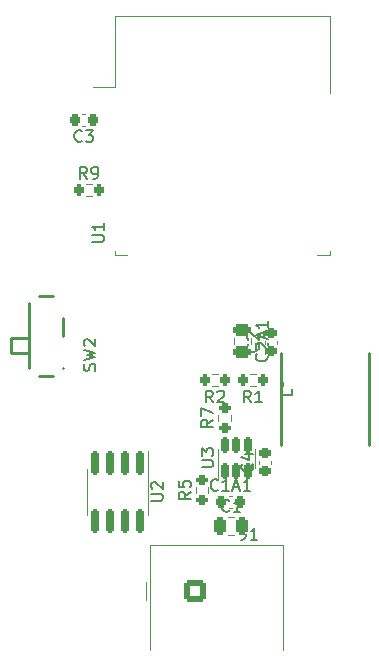
<source format=gbr>
%TF.GenerationSoftware,KiCad,Pcbnew,7.0.9*%
%TF.CreationDate,2023-12-13T00:56:51-08:00*%
%TF.ProjectId,Vi-Fi,56692d46-692e-46b6-9963-61645f706362,rev?*%
%TF.SameCoordinates,Original*%
%TF.FileFunction,Legend,Top*%
%TF.FilePolarity,Positive*%
%FSLAX46Y46*%
G04 Gerber Fmt 4.6, Leading zero omitted, Abs format (unit mm)*
G04 Created by KiCad (PCBNEW 7.0.9) date 2023-12-13 00:56:51*
%MOMM*%
%LPD*%
G01*
G04 APERTURE LIST*
G04 Aperture macros list*
%AMRoundRect*
0 Rectangle with rounded corners*
0 $1 Rounding radius*
0 $2 $3 $4 $5 $6 $7 $8 $9 X,Y pos of 4 corners*
0 Add a 4 corners polygon primitive as box body*
4,1,4,$2,$3,$4,$5,$6,$7,$8,$9,$2,$3,0*
0 Add four circle primitives for the rounded corners*
1,1,$1+$1,$2,$3*
1,1,$1+$1,$4,$5*
1,1,$1+$1,$6,$7*
1,1,$1+$1,$8,$9*
0 Add four rect primitives between the rounded corners*
20,1,$1+$1,$2,$3,$4,$5,0*
20,1,$1+$1,$4,$5,$6,$7,0*
20,1,$1+$1,$6,$7,$8,$9,0*
20,1,$1+$1,$8,$9,$2,$3,0*%
G04 Aperture macros list end*
%ADD10C,0.150000*%
%ADD11C,0.120000*%
%ADD12C,0.254000*%
%ADD13RoundRect,0.225000X0.250000X-0.225000X0.250000X0.225000X-0.250000X0.225000X-0.250000X-0.225000X0*%
%ADD14RoundRect,0.225000X0.225000X0.250000X-0.225000X0.250000X-0.225000X-0.250000X0.225000X-0.250000X0*%
%ADD15C,0.900000*%
%ADD16R,1.524000X0.600000*%
%ADD17R,0.700000X1.200000*%
%ADD18R,1.500000X0.900000*%
%ADD19R,4.000000X4.000000*%
%ADD20RoundRect,0.200000X0.275000X-0.200000X0.275000X0.200000X-0.275000X0.200000X-0.275000X-0.200000X0*%
%ADD21R,7.000000X3.500000*%
%ADD22C,3.250000*%
%ADD23RoundRect,0.250000X-0.650000X-0.650000X0.650000X-0.650000X0.650000X0.650000X-0.650000X0.650000X0*%
%ADD24C,1.800000*%
%ADD25RoundRect,0.150000X0.150000X-0.512500X0.150000X0.512500X-0.150000X0.512500X-0.150000X-0.512500X0*%
%ADD26RoundRect,0.200000X-0.200000X-0.275000X0.200000X-0.275000X0.200000X0.275000X-0.200000X0.275000X0*%
%ADD27RoundRect,0.200000X0.200000X0.275000X-0.200000X0.275000X-0.200000X-0.275000X0.200000X-0.275000X0*%
%ADD28RoundRect,0.150000X-0.150000X0.825000X-0.150000X-0.825000X0.150000X-0.825000X0.150000X0.825000X0*%
%ADD29RoundRect,0.250000X-0.475000X0.250000X-0.475000X-0.250000X0.475000X-0.250000X0.475000X0.250000X0*%
%ADD30RoundRect,0.225000X-0.225000X-0.250000X0.225000X-0.250000X0.225000X0.250000X-0.225000X0.250000X0*%
%ADD31RoundRect,0.250000X-0.250000X-0.475000X0.250000X-0.475000X0.250000X0.475000X-0.250000X0.475000X0*%
G04 APERTURE END LIST*
D10*
X62644580Y-77166666D02*
X62692200Y-77214285D01*
X62692200Y-77214285D02*
X62739819Y-77357142D01*
X62739819Y-77357142D02*
X62739819Y-77452380D01*
X62739819Y-77452380D02*
X62692200Y-77595237D01*
X62692200Y-77595237D02*
X62596961Y-77690475D01*
X62596961Y-77690475D02*
X62501723Y-77738094D01*
X62501723Y-77738094D02*
X62311247Y-77785713D01*
X62311247Y-77785713D02*
X62168390Y-77785713D01*
X62168390Y-77785713D02*
X61977914Y-77738094D01*
X61977914Y-77738094D02*
X61882676Y-77690475D01*
X61882676Y-77690475D02*
X61787438Y-77595237D01*
X61787438Y-77595237D02*
X61739819Y-77452380D01*
X61739819Y-77452380D02*
X61739819Y-77357142D01*
X61739819Y-77357142D02*
X61787438Y-77214285D01*
X61787438Y-77214285D02*
X61835057Y-77166666D01*
X62073152Y-76309523D02*
X62739819Y-76309523D01*
X61692200Y-76547618D02*
X62406485Y-76785713D01*
X62406485Y-76785713D02*
X62406485Y-76166666D01*
X48220333Y-49795580D02*
X48172714Y-49843200D01*
X48172714Y-49843200D02*
X48029857Y-49890819D01*
X48029857Y-49890819D02*
X47934619Y-49890819D01*
X47934619Y-49890819D02*
X47791762Y-49843200D01*
X47791762Y-49843200D02*
X47696524Y-49747961D01*
X47696524Y-49747961D02*
X47648905Y-49652723D01*
X47648905Y-49652723D02*
X47601286Y-49462247D01*
X47601286Y-49462247D02*
X47601286Y-49319390D01*
X47601286Y-49319390D02*
X47648905Y-49128914D01*
X47648905Y-49128914D02*
X47696524Y-49033676D01*
X47696524Y-49033676D02*
X47791762Y-48938438D01*
X47791762Y-48938438D02*
X47934619Y-48890819D01*
X47934619Y-48890819D02*
X48029857Y-48890819D01*
X48029857Y-48890819D02*
X48172714Y-48938438D01*
X48172714Y-48938438D02*
X48220333Y-48986057D01*
X48553667Y-48890819D02*
X49172714Y-48890819D01*
X49172714Y-48890819D02*
X48839381Y-49271771D01*
X48839381Y-49271771D02*
X48982238Y-49271771D01*
X48982238Y-49271771D02*
X49077476Y-49319390D01*
X49077476Y-49319390D02*
X49125095Y-49367009D01*
X49125095Y-49367009D02*
X49172714Y-49462247D01*
X49172714Y-49462247D02*
X49172714Y-49700342D01*
X49172714Y-49700342D02*
X49125095Y-49795580D01*
X49125095Y-49795580D02*
X49077476Y-49843200D01*
X49077476Y-49843200D02*
X48982238Y-49890819D01*
X48982238Y-49890819D02*
X48696524Y-49890819D01*
X48696524Y-49890819D02*
X48601286Y-49843200D01*
X48601286Y-49843200D02*
X48553667Y-49795580D01*
X49334200Y-69249826D02*
X49381819Y-69106969D01*
X49381819Y-69106969D02*
X49381819Y-68868874D01*
X49381819Y-68868874D02*
X49334200Y-68773636D01*
X49334200Y-68773636D02*
X49286580Y-68726017D01*
X49286580Y-68726017D02*
X49191342Y-68678398D01*
X49191342Y-68678398D02*
X49096104Y-68678398D01*
X49096104Y-68678398D02*
X49000866Y-68726017D01*
X49000866Y-68726017D02*
X48953247Y-68773636D01*
X48953247Y-68773636D02*
X48905628Y-68868874D01*
X48905628Y-68868874D02*
X48858009Y-69059350D01*
X48858009Y-69059350D02*
X48810390Y-69154588D01*
X48810390Y-69154588D02*
X48762771Y-69202207D01*
X48762771Y-69202207D02*
X48667533Y-69249826D01*
X48667533Y-69249826D02*
X48572295Y-69249826D01*
X48572295Y-69249826D02*
X48477057Y-69202207D01*
X48477057Y-69202207D02*
X48429438Y-69154588D01*
X48429438Y-69154588D02*
X48381819Y-69059350D01*
X48381819Y-69059350D02*
X48381819Y-68821255D01*
X48381819Y-68821255D02*
X48429438Y-68678398D01*
X48381819Y-68345064D02*
X49381819Y-68106969D01*
X49381819Y-68106969D02*
X48667533Y-67916493D01*
X48667533Y-67916493D02*
X49381819Y-67726017D01*
X49381819Y-67726017D02*
X48381819Y-67487922D01*
X48477057Y-67154588D02*
X48429438Y-67106969D01*
X48429438Y-67106969D02*
X48381819Y-67011731D01*
X48381819Y-67011731D02*
X48381819Y-66773636D01*
X48381819Y-66773636D02*
X48429438Y-66678398D01*
X48429438Y-66678398D02*
X48477057Y-66630779D01*
X48477057Y-66630779D02*
X48572295Y-66583160D01*
X48572295Y-66583160D02*
X48667533Y-66583160D01*
X48667533Y-66583160D02*
X48810390Y-66630779D01*
X48810390Y-66630779D02*
X49381819Y-67202207D01*
X49381819Y-67202207D02*
X49381819Y-66583160D01*
X49087819Y-58342904D02*
X49897342Y-58342904D01*
X49897342Y-58342904D02*
X49992580Y-58295285D01*
X49992580Y-58295285D02*
X50040200Y-58247666D01*
X50040200Y-58247666D02*
X50087819Y-58152428D01*
X50087819Y-58152428D02*
X50087819Y-57961952D01*
X50087819Y-57961952D02*
X50040200Y-57866714D01*
X50040200Y-57866714D02*
X49992580Y-57819095D01*
X49992580Y-57819095D02*
X49897342Y-57771476D01*
X49897342Y-57771476D02*
X49087819Y-57771476D01*
X50087819Y-56771476D02*
X50087819Y-57342904D01*
X50087819Y-57057190D02*
X49087819Y-57057190D01*
X49087819Y-57057190D02*
X49230676Y-57152428D01*
X49230676Y-57152428D02*
X49325914Y-57247666D01*
X49325914Y-57247666D02*
X49373533Y-57342904D01*
X57439819Y-79516666D02*
X56963628Y-79849999D01*
X57439819Y-80088094D02*
X56439819Y-80088094D01*
X56439819Y-80088094D02*
X56439819Y-79707142D01*
X56439819Y-79707142D02*
X56487438Y-79611904D01*
X56487438Y-79611904D02*
X56535057Y-79564285D01*
X56535057Y-79564285D02*
X56630295Y-79516666D01*
X56630295Y-79516666D02*
X56773152Y-79516666D01*
X56773152Y-79516666D02*
X56868390Y-79564285D01*
X56868390Y-79564285D02*
X56916009Y-79611904D01*
X56916009Y-79611904D02*
X56963628Y-79707142D01*
X56963628Y-79707142D02*
X56963628Y-80088094D01*
X56439819Y-78611904D02*
X56439819Y-79088094D01*
X56439819Y-79088094D02*
X56916009Y-79135713D01*
X56916009Y-79135713D02*
X56868390Y-79088094D01*
X56868390Y-79088094D02*
X56820771Y-78992856D01*
X56820771Y-78992856D02*
X56820771Y-78754761D01*
X56820771Y-78754761D02*
X56868390Y-78659523D01*
X56868390Y-78659523D02*
X56916009Y-78611904D01*
X56916009Y-78611904D02*
X57011247Y-78564285D01*
X57011247Y-78564285D02*
X57249342Y-78564285D01*
X57249342Y-78564285D02*
X57344580Y-78611904D01*
X57344580Y-78611904D02*
X57392200Y-78659523D01*
X57392200Y-78659523D02*
X57439819Y-78754761D01*
X57439819Y-78754761D02*
X57439819Y-78992856D01*
X57439819Y-78992856D02*
X57392200Y-79088094D01*
X57392200Y-79088094D02*
X57344580Y-79135713D01*
X63144580Y-67016666D02*
X63192200Y-67064285D01*
X63192200Y-67064285D02*
X63239819Y-67207142D01*
X63239819Y-67207142D02*
X63239819Y-67302380D01*
X63239819Y-67302380D02*
X63192200Y-67445237D01*
X63192200Y-67445237D02*
X63096961Y-67540475D01*
X63096961Y-67540475D02*
X63001723Y-67588094D01*
X63001723Y-67588094D02*
X62811247Y-67635713D01*
X62811247Y-67635713D02*
X62668390Y-67635713D01*
X62668390Y-67635713D02*
X62477914Y-67588094D01*
X62477914Y-67588094D02*
X62382676Y-67540475D01*
X62382676Y-67540475D02*
X62287438Y-67445237D01*
X62287438Y-67445237D02*
X62239819Y-67302380D01*
X62239819Y-67302380D02*
X62239819Y-67207142D01*
X62239819Y-67207142D02*
X62287438Y-67064285D01*
X62287438Y-67064285D02*
X62335057Y-67016666D01*
X62335057Y-66635713D02*
X62287438Y-66588094D01*
X62287438Y-66588094D02*
X62239819Y-66492856D01*
X62239819Y-66492856D02*
X62239819Y-66254761D01*
X62239819Y-66254761D02*
X62287438Y-66159523D01*
X62287438Y-66159523D02*
X62335057Y-66111904D01*
X62335057Y-66111904D02*
X62430295Y-66064285D01*
X62430295Y-66064285D02*
X62525533Y-66064285D01*
X62525533Y-66064285D02*
X62668390Y-66111904D01*
X62668390Y-66111904D02*
X63239819Y-66683332D01*
X63239819Y-66683332D02*
X63239819Y-66064285D01*
X66062819Y-70837030D02*
X66062819Y-71313220D01*
X66062819Y-71313220D02*
X65062819Y-71313220D01*
X66062819Y-69979887D02*
X66062819Y-70551315D01*
X66062819Y-70265601D02*
X65062819Y-70265601D01*
X65062819Y-70265601D02*
X65205676Y-70360839D01*
X65205676Y-70360839D02*
X65300914Y-70456077D01*
X65300914Y-70456077D02*
X65348533Y-70551315D01*
X62091666Y-82562819D02*
X62091666Y-83277104D01*
X62091666Y-83277104D02*
X62044047Y-83419961D01*
X62044047Y-83419961D02*
X61948809Y-83515200D01*
X61948809Y-83515200D02*
X61805952Y-83562819D01*
X61805952Y-83562819D02*
X61710714Y-83562819D01*
X63091666Y-83562819D02*
X62520238Y-83562819D01*
X62805952Y-83562819D02*
X62805952Y-82562819D01*
X62805952Y-82562819D02*
X62710714Y-82705676D01*
X62710714Y-82705676D02*
X62615476Y-82800914D01*
X62615476Y-82800914D02*
X62520238Y-82848533D01*
X58369819Y-77411904D02*
X59179342Y-77411904D01*
X59179342Y-77411904D02*
X59274580Y-77364285D01*
X59274580Y-77364285D02*
X59322200Y-77316666D01*
X59322200Y-77316666D02*
X59369819Y-77221428D01*
X59369819Y-77221428D02*
X59369819Y-77030952D01*
X59369819Y-77030952D02*
X59322200Y-76935714D01*
X59322200Y-76935714D02*
X59274580Y-76888095D01*
X59274580Y-76888095D02*
X59179342Y-76840476D01*
X59179342Y-76840476D02*
X58369819Y-76840476D01*
X58369819Y-76459523D02*
X58369819Y-75840476D01*
X58369819Y-75840476D02*
X58750771Y-76173809D01*
X58750771Y-76173809D02*
X58750771Y-76030952D01*
X58750771Y-76030952D02*
X58798390Y-75935714D01*
X58798390Y-75935714D02*
X58846009Y-75888095D01*
X58846009Y-75888095D02*
X58941247Y-75840476D01*
X58941247Y-75840476D02*
X59179342Y-75840476D01*
X59179342Y-75840476D02*
X59274580Y-75888095D01*
X59274580Y-75888095D02*
X59322200Y-75935714D01*
X59322200Y-75935714D02*
X59369819Y-76030952D01*
X59369819Y-76030952D02*
X59369819Y-76316666D01*
X59369819Y-76316666D02*
X59322200Y-76411904D01*
X59322200Y-76411904D02*
X59274580Y-76459523D01*
X48663333Y-52999819D02*
X48330000Y-52523628D01*
X48091905Y-52999819D02*
X48091905Y-51999819D01*
X48091905Y-51999819D02*
X48472857Y-51999819D01*
X48472857Y-51999819D02*
X48568095Y-52047438D01*
X48568095Y-52047438D02*
X48615714Y-52095057D01*
X48615714Y-52095057D02*
X48663333Y-52190295D01*
X48663333Y-52190295D02*
X48663333Y-52333152D01*
X48663333Y-52333152D02*
X48615714Y-52428390D01*
X48615714Y-52428390D02*
X48568095Y-52476009D01*
X48568095Y-52476009D02*
X48472857Y-52523628D01*
X48472857Y-52523628D02*
X48091905Y-52523628D01*
X49139524Y-52999819D02*
X49330000Y-52999819D01*
X49330000Y-52999819D02*
X49425238Y-52952200D01*
X49425238Y-52952200D02*
X49472857Y-52904580D01*
X49472857Y-52904580D02*
X49568095Y-52761723D01*
X49568095Y-52761723D02*
X49615714Y-52571247D01*
X49615714Y-52571247D02*
X49615714Y-52190295D01*
X49615714Y-52190295D02*
X49568095Y-52095057D01*
X49568095Y-52095057D02*
X49520476Y-52047438D01*
X49520476Y-52047438D02*
X49425238Y-51999819D01*
X49425238Y-51999819D02*
X49234762Y-51999819D01*
X49234762Y-51999819D02*
X49139524Y-52047438D01*
X49139524Y-52047438D02*
X49091905Y-52095057D01*
X49091905Y-52095057D02*
X49044286Y-52190295D01*
X49044286Y-52190295D02*
X49044286Y-52428390D01*
X49044286Y-52428390D02*
X49091905Y-52523628D01*
X49091905Y-52523628D02*
X49139524Y-52571247D01*
X49139524Y-52571247D02*
X49234762Y-52618866D01*
X49234762Y-52618866D02*
X49425238Y-52618866D01*
X49425238Y-52618866D02*
X49520476Y-52571247D01*
X49520476Y-52571247D02*
X49568095Y-52523628D01*
X49568095Y-52523628D02*
X49615714Y-52428390D01*
X59323333Y-71934819D02*
X58990000Y-71458628D01*
X58751905Y-71934819D02*
X58751905Y-70934819D01*
X58751905Y-70934819D02*
X59132857Y-70934819D01*
X59132857Y-70934819D02*
X59228095Y-70982438D01*
X59228095Y-70982438D02*
X59275714Y-71030057D01*
X59275714Y-71030057D02*
X59323333Y-71125295D01*
X59323333Y-71125295D02*
X59323333Y-71268152D01*
X59323333Y-71268152D02*
X59275714Y-71363390D01*
X59275714Y-71363390D02*
X59228095Y-71411009D01*
X59228095Y-71411009D02*
X59132857Y-71458628D01*
X59132857Y-71458628D02*
X58751905Y-71458628D01*
X59704286Y-71030057D02*
X59751905Y-70982438D01*
X59751905Y-70982438D02*
X59847143Y-70934819D01*
X59847143Y-70934819D02*
X60085238Y-70934819D01*
X60085238Y-70934819D02*
X60180476Y-70982438D01*
X60180476Y-70982438D02*
X60228095Y-71030057D01*
X60228095Y-71030057D02*
X60275714Y-71125295D01*
X60275714Y-71125295D02*
X60275714Y-71220533D01*
X60275714Y-71220533D02*
X60228095Y-71363390D01*
X60228095Y-71363390D02*
X59656667Y-71934819D01*
X59656667Y-71934819D02*
X60275714Y-71934819D01*
X59339819Y-73416666D02*
X58863628Y-73749999D01*
X59339819Y-73988094D02*
X58339819Y-73988094D01*
X58339819Y-73988094D02*
X58339819Y-73607142D01*
X58339819Y-73607142D02*
X58387438Y-73511904D01*
X58387438Y-73511904D02*
X58435057Y-73464285D01*
X58435057Y-73464285D02*
X58530295Y-73416666D01*
X58530295Y-73416666D02*
X58673152Y-73416666D01*
X58673152Y-73416666D02*
X58768390Y-73464285D01*
X58768390Y-73464285D02*
X58816009Y-73511904D01*
X58816009Y-73511904D02*
X58863628Y-73607142D01*
X58863628Y-73607142D02*
X58863628Y-73988094D01*
X58339819Y-73083332D02*
X58339819Y-72416666D01*
X58339819Y-72416666D02*
X59339819Y-72845237D01*
X54097819Y-80263904D02*
X54907342Y-80263904D01*
X54907342Y-80263904D02*
X55002580Y-80216285D01*
X55002580Y-80216285D02*
X55050200Y-80168666D01*
X55050200Y-80168666D02*
X55097819Y-80073428D01*
X55097819Y-80073428D02*
X55097819Y-79882952D01*
X55097819Y-79882952D02*
X55050200Y-79787714D01*
X55050200Y-79787714D02*
X55002580Y-79740095D01*
X55002580Y-79740095D02*
X54907342Y-79692476D01*
X54907342Y-79692476D02*
X54097819Y-79692476D01*
X54193057Y-79263904D02*
X54145438Y-79216285D01*
X54145438Y-79216285D02*
X54097819Y-79121047D01*
X54097819Y-79121047D02*
X54097819Y-78882952D01*
X54097819Y-78882952D02*
X54145438Y-78787714D01*
X54145438Y-78787714D02*
X54193057Y-78740095D01*
X54193057Y-78740095D02*
X54288295Y-78692476D01*
X54288295Y-78692476D02*
X54383533Y-78692476D01*
X54383533Y-78692476D02*
X54526390Y-78740095D01*
X54526390Y-78740095D02*
X55097819Y-79311523D01*
X55097819Y-79311523D02*
X55097819Y-78692476D01*
X63854580Y-67821428D02*
X63902200Y-67869047D01*
X63902200Y-67869047D02*
X63949819Y-68011904D01*
X63949819Y-68011904D02*
X63949819Y-68107142D01*
X63949819Y-68107142D02*
X63902200Y-68249999D01*
X63902200Y-68249999D02*
X63806961Y-68345237D01*
X63806961Y-68345237D02*
X63711723Y-68392856D01*
X63711723Y-68392856D02*
X63521247Y-68440475D01*
X63521247Y-68440475D02*
X63378390Y-68440475D01*
X63378390Y-68440475D02*
X63187914Y-68392856D01*
X63187914Y-68392856D02*
X63092676Y-68345237D01*
X63092676Y-68345237D02*
X62997438Y-68249999D01*
X62997438Y-68249999D02*
X62949819Y-68107142D01*
X62949819Y-68107142D02*
X62949819Y-68011904D01*
X62949819Y-68011904D02*
X62997438Y-67869047D01*
X62997438Y-67869047D02*
X63045057Y-67821428D01*
X63045057Y-67440475D02*
X62997438Y-67392856D01*
X62997438Y-67392856D02*
X62949819Y-67297618D01*
X62949819Y-67297618D02*
X62949819Y-67059523D01*
X62949819Y-67059523D02*
X62997438Y-66964285D01*
X62997438Y-66964285D02*
X63045057Y-66916666D01*
X63045057Y-66916666D02*
X63140295Y-66869047D01*
X63140295Y-66869047D02*
X63235533Y-66869047D01*
X63235533Y-66869047D02*
X63378390Y-66916666D01*
X63378390Y-66916666D02*
X63949819Y-67488094D01*
X63949819Y-67488094D02*
X63949819Y-66869047D01*
X63664104Y-66488094D02*
X63664104Y-66011904D01*
X63949819Y-66583332D02*
X62949819Y-66249999D01*
X62949819Y-66249999D02*
X63949819Y-65916666D01*
X63949819Y-65059523D02*
X63949819Y-65630951D01*
X63949819Y-65345237D02*
X62949819Y-65345237D01*
X62949819Y-65345237D02*
X63092676Y-65440475D01*
X63092676Y-65440475D02*
X63187914Y-65535713D01*
X63187914Y-65535713D02*
X63235533Y-65630951D01*
X62548333Y-71934819D02*
X62215000Y-71458628D01*
X61976905Y-71934819D02*
X61976905Y-70934819D01*
X61976905Y-70934819D02*
X62357857Y-70934819D01*
X62357857Y-70934819D02*
X62453095Y-70982438D01*
X62453095Y-70982438D02*
X62500714Y-71030057D01*
X62500714Y-71030057D02*
X62548333Y-71125295D01*
X62548333Y-71125295D02*
X62548333Y-71268152D01*
X62548333Y-71268152D02*
X62500714Y-71363390D01*
X62500714Y-71363390D02*
X62453095Y-71411009D01*
X62453095Y-71411009D02*
X62357857Y-71458628D01*
X62357857Y-71458628D02*
X61976905Y-71458628D01*
X63500714Y-71934819D02*
X62929286Y-71934819D01*
X63215000Y-71934819D02*
X63215000Y-70934819D01*
X63215000Y-70934819D02*
X63119762Y-71077676D01*
X63119762Y-71077676D02*
X63024524Y-71172914D01*
X63024524Y-71172914D02*
X62929286Y-71220533D01*
X59743571Y-79329580D02*
X59695952Y-79377200D01*
X59695952Y-79377200D02*
X59553095Y-79424819D01*
X59553095Y-79424819D02*
X59457857Y-79424819D01*
X59457857Y-79424819D02*
X59315000Y-79377200D01*
X59315000Y-79377200D02*
X59219762Y-79281961D01*
X59219762Y-79281961D02*
X59172143Y-79186723D01*
X59172143Y-79186723D02*
X59124524Y-78996247D01*
X59124524Y-78996247D02*
X59124524Y-78853390D01*
X59124524Y-78853390D02*
X59172143Y-78662914D01*
X59172143Y-78662914D02*
X59219762Y-78567676D01*
X59219762Y-78567676D02*
X59315000Y-78472438D01*
X59315000Y-78472438D02*
X59457857Y-78424819D01*
X59457857Y-78424819D02*
X59553095Y-78424819D01*
X59553095Y-78424819D02*
X59695952Y-78472438D01*
X59695952Y-78472438D02*
X59743571Y-78520057D01*
X60695952Y-79424819D02*
X60124524Y-79424819D01*
X60410238Y-79424819D02*
X60410238Y-78424819D01*
X60410238Y-78424819D02*
X60315000Y-78567676D01*
X60315000Y-78567676D02*
X60219762Y-78662914D01*
X60219762Y-78662914D02*
X60124524Y-78710533D01*
X61076905Y-79139104D02*
X61553095Y-79139104D01*
X60981667Y-79424819D02*
X61315000Y-78424819D01*
X61315000Y-78424819D02*
X61648333Y-79424819D01*
X62505476Y-79424819D02*
X61934048Y-79424819D01*
X62219762Y-79424819D02*
X62219762Y-78424819D01*
X62219762Y-78424819D02*
X62124524Y-78567676D01*
X62124524Y-78567676D02*
X62029286Y-78662914D01*
X62029286Y-78662914D02*
X61934048Y-78710533D01*
X60698333Y-81079580D02*
X60650714Y-81127200D01*
X60650714Y-81127200D02*
X60507857Y-81174819D01*
X60507857Y-81174819D02*
X60412619Y-81174819D01*
X60412619Y-81174819D02*
X60269762Y-81127200D01*
X60269762Y-81127200D02*
X60174524Y-81031961D01*
X60174524Y-81031961D02*
X60126905Y-80936723D01*
X60126905Y-80936723D02*
X60079286Y-80746247D01*
X60079286Y-80746247D02*
X60079286Y-80603390D01*
X60079286Y-80603390D02*
X60126905Y-80412914D01*
X60126905Y-80412914D02*
X60174524Y-80317676D01*
X60174524Y-80317676D02*
X60269762Y-80222438D01*
X60269762Y-80222438D02*
X60412619Y-80174819D01*
X60412619Y-80174819D02*
X60507857Y-80174819D01*
X60507857Y-80174819D02*
X60650714Y-80222438D01*
X60650714Y-80222438D02*
X60698333Y-80270057D01*
X61650714Y-81174819D02*
X61079286Y-81174819D01*
X61365000Y-81174819D02*
X61365000Y-80174819D01*
X61365000Y-80174819D02*
X61269762Y-80317676D01*
X61269762Y-80317676D02*
X61174524Y-80412914D01*
X61174524Y-80412914D02*
X61079286Y-80460533D01*
D11*
%TO.C,C4*%
X64225000Y-77140580D02*
X64225000Y-76859420D01*
X63205000Y-77140580D02*
X63205000Y-76859420D01*
%TO.C,C3*%
X48527580Y-47496000D02*
X48246420Y-47496000D01*
X48527580Y-48516000D02*
X48246420Y-48516000D01*
D12*
%TO.C,SW2*%
X45776000Y-62894000D02*
X44576000Y-62894000D01*
X43770000Y-63544000D02*
X43770000Y-69044000D01*
X46670000Y-64794000D02*
X46670000Y-66294000D01*
X43790000Y-66444000D02*
X42190000Y-66444000D01*
X42190000Y-66444000D02*
X42190000Y-67719000D01*
X42190000Y-67719000D02*
X43790000Y-67719000D01*
X46670000Y-69063000D02*
X46670000Y-69053000D01*
X45776000Y-69694000D02*
X44576000Y-69694000D01*
D11*
%TO.C,U1*%
X51013000Y-39231000D02*
X51013000Y-45251000D01*
X51013000Y-39231000D02*
X69253000Y-39231000D01*
X51013000Y-45251000D02*
X49133000Y-45251000D01*
X51013000Y-59151000D02*
X51013000Y-59471000D01*
X51013000Y-59471000D02*
X52033000Y-59471000D01*
X68133000Y-59471000D02*
X69253000Y-59471000D01*
X69253000Y-39231000D02*
X69253000Y-45751000D01*
X69253000Y-59151000D02*
X69253000Y-59451000D01*
%TO.C,R5*%
X57892500Y-79587258D02*
X57892500Y-79112742D01*
X58937500Y-79587258D02*
X58937500Y-79112742D01*
%TO.C,C2*%
X64725000Y-66990580D02*
X64725000Y-66709420D01*
X63705000Y-66990580D02*
X63705000Y-66709420D01*
D12*
%TO.C,L1*%
X72515000Y-75550000D02*
X72515000Y-67750000D01*
X65115000Y-75550000D02*
X65115000Y-67750000D01*
D11*
%TO.C,J1*%
X53675000Y-88649000D02*
X53675000Y-87119000D01*
X53965000Y-84024000D02*
X65285000Y-84024000D01*
X53965000Y-92934000D02*
X53965000Y-84024000D01*
X65285000Y-84024000D02*
X65285000Y-92934000D01*
%TO.C,U3*%
X59755000Y-76650000D02*
X59755000Y-78450000D01*
X59755000Y-76650000D02*
X59755000Y-75850000D01*
X62875000Y-76650000D02*
X62875000Y-77450000D01*
X62875000Y-76650000D02*
X62875000Y-75850000D01*
%TO.C,R9*%
X48592742Y-54497500D02*
X49067258Y-54497500D01*
X48592742Y-53452500D02*
X49067258Y-53452500D01*
%TO.C,R2*%
X59727258Y-70572500D02*
X59252742Y-70572500D01*
X59727258Y-69527500D02*
X59252742Y-69527500D01*
%TO.C,R7*%
X60837500Y-73487258D02*
X60837500Y-73012742D01*
X59792500Y-73487258D02*
X59792500Y-73012742D01*
%TO.C,U2*%
X48683000Y-79502000D02*
X48683000Y-81452000D01*
X48683000Y-79502000D02*
X48683000Y-77552000D01*
X53803000Y-79502000D02*
X53803000Y-81452000D01*
X53803000Y-79502000D02*
X53803000Y-76052000D01*
%TO.C,C2A1*%
X62550000Y-66488748D02*
X62550000Y-67011252D01*
X61080000Y-66488748D02*
X61080000Y-67011252D01*
%TO.C,R1*%
X62952258Y-70572500D02*
X62477742Y-70572500D01*
X62952258Y-69527500D02*
X62477742Y-69527500D01*
%TO.C,C1A1*%
X60674420Y-80910000D02*
X60955580Y-80910000D01*
X60674420Y-79890000D02*
X60955580Y-79890000D01*
%TO.C,C1*%
X60603748Y-81665000D02*
X61126252Y-81665000D01*
X60603748Y-83135000D02*
X61126252Y-83135000D01*
%TD*%
%LPC*%
D13*
%TO.C,C4*%
X63715000Y-77775000D03*
X63715000Y-76225000D03*
%TD*%
D14*
%TO.C,C3*%
X49162000Y-48006000D03*
X47612000Y-48006000D03*
%TD*%
D15*
%TO.C,SW2*%
X45170000Y-64794000D03*
X45170000Y-67794000D03*
D16*
X47420000Y-64044000D03*
X47420000Y-67044000D03*
X47420000Y-68544000D03*
D17*
X46320000Y-62694000D03*
X44020000Y-62694000D03*
X46320000Y-69894000D03*
X44020000Y-69894000D03*
%TD*%
D18*
%TO.C,U1*%
X51383000Y-46451000D03*
X51383000Y-47951000D03*
X51383000Y-49451000D03*
X51383000Y-50951000D03*
X51383000Y-52451000D03*
X51383000Y-53951000D03*
X51383000Y-55451000D03*
X51383000Y-56951000D03*
X51383000Y-58451000D03*
X68883000Y-58451000D03*
X68883000Y-56951000D03*
X68883000Y-55451000D03*
X68883000Y-53951000D03*
X68883000Y-52451000D03*
X68883000Y-50951000D03*
X68883000Y-49451000D03*
X68883000Y-47951000D03*
X68883000Y-46451000D03*
D19*
X61233000Y-53061000D03*
%TD*%
D20*
%TO.C,R5*%
X58415000Y-80175000D03*
X58415000Y-78525000D03*
%TD*%
D13*
%TO.C,C2*%
X64215000Y-67625000D03*
X64215000Y-66075000D03*
%TD*%
D21*
%TO.C,L1*%
X68815000Y-68950000D03*
X68815000Y-74350000D03*
%TD*%
D22*
%TO.C,J1*%
X55875000Y-94234000D03*
X63375000Y-94234000D03*
D23*
X57785000Y-87884000D03*
D24*
X59055000Y-85344000D03*
X60325000Y-87884000D03*
X61595000Y-85344000D03*
%TD*%
D25*
%TO.C,U3*%
X60365000Y-77787500D03*
X61315000Y-77787500D03*
X62265000Y-77787500D03*
X62265000Y-75512500D03*
X61315000Y-75512500D03*
X60365000Y-75512500D03*
%TD*%
D26*
%TO.C,R9*%
X49655000Y-53975000D03*
X48005000Y-53975000D03*
%TD*%
D27*
%TO.C,R2*%
X60315000Y-70050000D03*
X58665000Y-70050000D03*
%TD*%
D20*
%TO.C,R7*%
X60315000Y-72425000D03*
X60315000Y-74075000D03*
%TD*%
D28*
%TO.C,U2*%
X53148000Y-81977000D03*
X51878000Y-81977000D03*
X50608000Y-81977000D03*
X49338000Y-81977000D03*
X49338000Y-77027000D03*
X50608000Y-77027000D03*
X51878000Y-77027000D03*
X53148000Y-77027000D03*
%TD*%
D29*
%TO.C,C2A1*%
X61815000Y-65800000D03*
X61815000Y-67700000D03*
%TD*%
D27*
%TO.C,R1*%
X63540000Y-70050000D03*
X61890000Y-70050000D03*
%TD*%
D30*
%TO.C,C1A1*%
X61590000Y-80400000D03*
X60040000Y-80400000D03*
%TD*%
D31*
%TO.C,C1*%
X61815000Y-82400000D03*
X59915000Y-82400000D03*
%TD*%
%LPD*%
M02*

</source>
